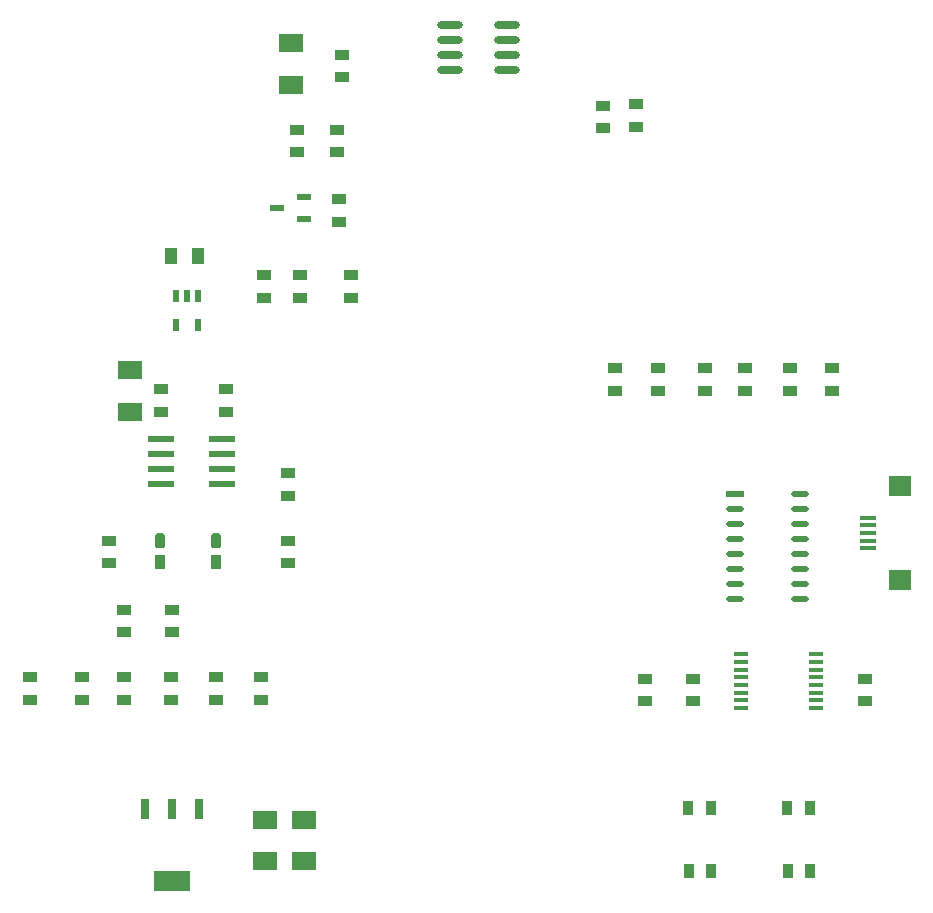
<source format=gtp>
G04*
G04 #@! TF.GenerationSoftware,Altium Limited,Altium Designer,19.0.4 (130)*
G04*
G04 Layer_Color=8421504*
%FSLAX25Y25*%
%MOIN*%
G70*
G01*
G75*
%ADD21R,0.07874X0.05906*%
%ADD22R,0.05000X0.03500*%
%ADD23R,0.04724X0.01968*%
%ADD24R,0.04000X0.05500*%
%ADD25R,0.01968X0.03937*%
%ADD26R,0.08661X0.02362*%
%ADD27R,0.08661X0.02362*%
%ADD28R,0.02953X0.06693*%
%ADD29R,0.12205X0.06693*%
%ADD30R,0.03500X0.05000*%
G04:AMPARAMS|DCode=31|XSize=50mil|YSize=35mil|CornerRadius=0mil|HoleSize=0mil|Usage=FLASHONLY|Rotation=90.000|XOffset=0mil|YOffset=0mil|HoleType=Round|Shape=Octagon|*
%AMOCTAGOND31*
4,1,8,0.00875,0.02500,-0.00875,0.02500,-0.01750,0.01625,-0.01750,-0.01625,-0.00875,-0.02500,0.00875,-0.02500,0.01750,-0.01625,0.01750,0.01625,0.00875,0.02500,0.0*
%
%ADD31OCTAGOND31*%

%ADD32O,0.05906X0.01968*%
%ADD33R,0.05906X0.01968*%
%ADD34R,0.05512X0.01575*%
%ADD35R,0.07480X0.07087*%
%ADD36O,0.08661X0.02362*%
%ADD37R,0.04528X0.01181*%
D21*
X99000Y270500D02*
D03*
Y284279D02*
D03*
X103500Y11721D02*
D03*
Y25500D02*
D03*
X90500Y11721D02*
D03*
Y25500D02*
D03*
X45500Y161500D02*
D03*
Y175279D02*
D03*
D22*
X116000Y280500D02*
D03*
Y273020D02*
D03*
X114500Y248020D02*
D03*
Y255500D02*
D03*
X101000D02*
D03*
Y248020D02*
D03*
X115000Y224791D02*
D03*
Y232272D02*
D03*
X119000Y199520D02*
D03*
Y207000D02*
D03*
X102000Y199520D02*
D03*
Y207000D02*
D03*
X90000D02*
D03*
Y199520D02*
D03*
X98000Y141000D02*
D03*
Y133520D02*
D03*
Y111020D02*
D03*
Y118500D02*
D03*
X59500Y95500D02*
D03*
Y88020D02*
D03*
X43500Y95500D02*
D03*
Y88020D02*
D03*
X89000Y65520D02*
D03*
Y73000D02*
D03*
X29500D02*
D03*
Y65520D02*
D03*
X12000Y73000D02*
D03*
Y65520D02*
D03*
X59000Y65461D02*
D03*
Y72941D02*
D03*
X74000Y65520D02*
D03*
Y73000D02*
D03*
X250500Y168520D02*
D03*
Y176000D02*
D03*
X43500Y72941D02*
D03*
Y65461D02*
D03*
X55764Y169000D02*
D03*
Y161520D02*
D03*
X38500Y111020D02*
D03*
Y118500D02*
D03*
X77500Y169000D02*
D03*
Y161520D02*
D03*
X217000Y72500D02*
D03*
Y65020D02*
D03*
X233000D02*
D03*
Y72500D02*
D03*
X265500Y168520D02*
D03*
Y176000D02*
D03*
X279500Y168520D02*
D03*
Y176000D02*
D03*
X214000Y256520D02*
D03*
Y264000D02*
D03*
X221500Y168520D02*
D03*
Y176000D02*
D03*
X207000Y168520D02*
D03*
Y176000D02*
D03*
X237000D02*
D03*
Y168520D02*
D03*
X203000Y263480D02*
D03*
Y256000D02*
D03*
X290500Y65020D02*
D03*
Y72500D02*
D03*
D23*
X94500Y229449D02*
D03*
X103500Y233189D02*
D03*
Y225709D02*
D03*
D24*
X68000Y213500D02*
D03*
X59000D02*
D03*
D25*
X60760Y199953D02*
D03*
X68240D02*
D03*
X64500D02*
D03*
X68240Y190504D02*
D03*
X60760D02*
D03*
D26*
X76236Y142500D02*
D03*
Y147500D02*
D03*
Y152500D02*
D03*
X55764Y137500D02*
D03*
Y142500D02*
D03*
Y147500D02*
D03*
Y152500D02*
D03*
D27*
X76236Y137500D02*
D03*
D28*
X68555Y29000D02*
D03*
X59500D02*
D03*
X50445D02*
D03*
D29*
X59500Y5000D02*
D03*
D30*
X272240Y8250D02*
D03*
X264759D02*
D03*
X271980Y29500D02*
D03*
X264500D02*
D03*
X231760Y8500D02*
D03*
X239241D02*
D03*
X231563Y29500D02*
D03*
X239043D02*
D03*
X55500Y111500D02*
D03*
X74000D02*
D03*
D31*
X55500Y118500D02*
D03*
X74000D02*
D03*
D32*
X268835Y99000D02*
D03*
Y104000D02*
D03*
Y109000D02*
D03*
Y114000D02*
D03*
Y119000D02*
D03*
Y124000D02*
D03*
Y129000D02*
D03*
Y134000D02*
D03*
X247165Y99000D02*
D03*
Y104000D02*
D03*
Y109000D02*
D03*
Y114000D02*
D03*
Y119000D02*
D03*
Y124000D02*
D03*
Y129000D02*
D03*
D33*
Y134000D02*
D03*
D34*
X291500Y115941D02*
D03*
Y118500D02*
D03*
Y121059D02*
D03*
Y123618D02*
D03*
Y126177D02*
D03*
D35*
X301933Y105311D02*
D03*
Y136807D02*
D03*
D36*
X152051Y290500D02*
D03*
Y285500D02*
D03*
Y280500D02*
D03*
Y275500D02*
D03*
X170949Y290500D02*
D03*
Y285500D02*
D03*
Y280500D02*
D03*
Y275500D02*
D03*
D37*
X274197Y67823D02*
D03*
Y62705D02*
D03*
Y65264D02*
D03*
Y70382D02*
D03*
Y72941D02*
D03*
Y75500D02*
D03*
Y78059D02*
D03*
Y80618D02*
D03*
X249000Y62705D02*
D03*
Y65264D02*
D03*
Y67823D02*
D03*
Y70382D02*
D03*
Y72941D02*
D03*
Y75500D02*
D03*
Y78059D02*
D03*
Y80618D02*
D03*
M02*

</source>
